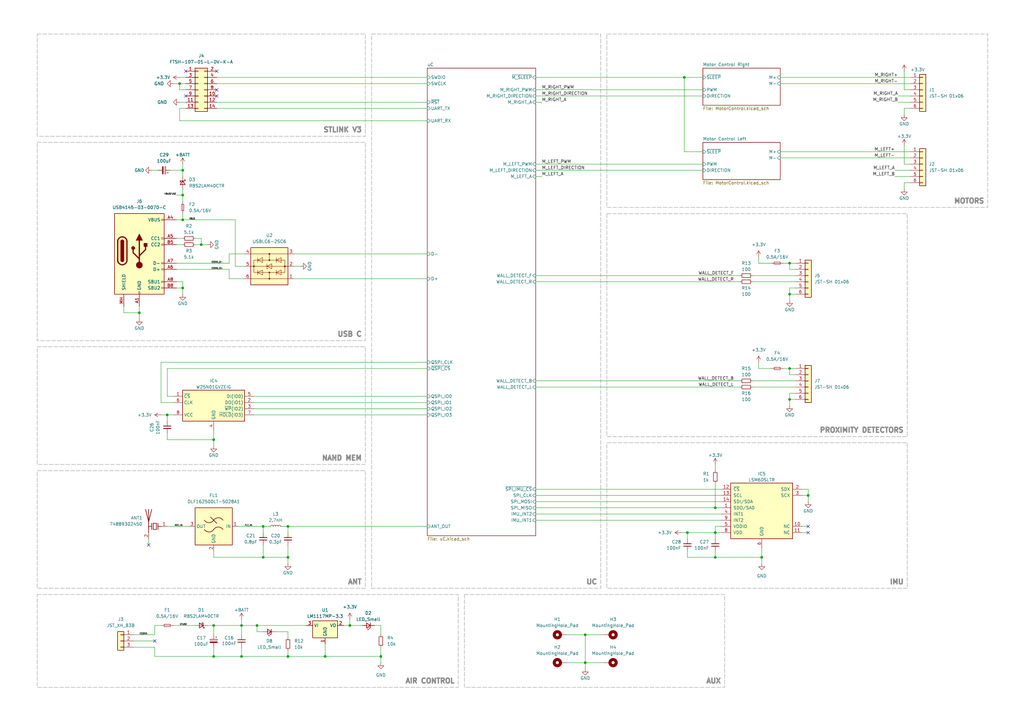
<source format=kicad_sch>
(kicad_sch (version 20231120) (generator "eeschema") (generator_version "8.0")
  (paper "A3")
  (title_block (title "Mirco Mouse") (date "2025-01-02") (rev "1.0") (company "Made by: Piotr Lesicki"))
  (junction (at 293.37 228.6))
  (junction (at 107.95 228.6))
  (junction (at 323.85 163.83))
  (junction (at 118.11 228.6))
  (junction (at 240.03 271.78))
  (junction (at 293.37 218.44))
  (junction (at 68.58 170.18))
  (junction (at 74.93 80.01))
  (junction (at 323.85 107.95))
  (junction (at 74.93 90.17))
  (junction (at 105.41 256.54))
  (junction (at 323.85 151.13))
  (junction (at 323.85 120.65))
  (junction (at 280.67 31.75))
  (junction (at 82.55 100.33))
  (junction (at 118.11 269.24))
  (junction (at 293.37 208.28))
  (junction (at 312.42 228.6))
  (junction (at 99.06 269.24))
  (junction (at 133.35 269.24))
  (junction (at 74.93 118.11))
  (junction (at 281.94 218.44))
  (junction (at 143.51 256.54))
  (junction (at 331.47 203.2))
  (junction (at 107.95 215.9))
  (junction (at 57.15 128.27))
  (junction (at 87.63 269.24))
  (junction (at 87.63 256.54))
  (junction (at 240.03 260.35))
  (junction (at 99.06 256.54))
  (junction (at 74.93 69.85))
  (junction (at 156.21 269.24))
  (junction (at 118.11 215.9))
  (junction (at 73.66 34.29))
  (junction (at 87.63 180.34))
  (no_connect (at 88.9 29.21))
  (no_connect (at 331.47 215.9))
  (no_connect (at 331.47 218.44))
  (no_connect (at 60.96 223.52))
  (no_connect (at 88.9 39.37))
  (no_connect (at 76.2 29.21))
  (no_connect (at 76.2 39.37))
  (no_connect (at 88.9 36.83))
  (no_connect (at 63.5 262.89))
  (wire (pts (xy 73.66 49.53) (xy 175.26 49.53)))
  (wire (pts (xy 156.21 265.43) (xy 156.21 269.24)))
  (wire (pts (xy 93.98 114.3) (xy 93.98 110.49)))
  (wire (pts (xy 54.61 260.35) (xy 63.5 260.35)))
  (wire (pts (xy 74.93 115.57) (xy 74.93 118.11)))
  (wire (pts (xy 74.93 118.11) (xy 74.93 120.65)))
  (wire (pts (xy 107.95 228.6) (xy 107.95 223.52)))
  (wire (pts (xy 219.71 39.37) (xy 288.29 39.37)))
  (wire (pts (xy 87.63 228.6) (xy 107.95 228.6)))
  (wire (pts (xy 88.9 34.29) (xy 175.26 34.29)))
  (wire (pts (xy 331.47 203.2) (xy 331.47 205.74)))
  (wire (pts (xy 280.67 62.23) (xy 288.29 62.23)))
  (wire (pts (xy 331.47 200.66) (xy 331.47 203.2)))
  (wire (pts (xy 68.58 151.13) (xy 68.58 162.56)))
  (wire (pts (xy 281.94 226.06) (xy 281.94 228.6)))
  (wire (pts (xy 104.14 167.64) (xy 175.26 167.64)))
  (wire (pts (xy 66.04 170.18) (xy 68.58 170.18)))
  (wire (pts (xy 88.9 41.91) (xy 175.26 41.91)))
  (wire (pts (xy 87.63 180.34) (xy 87.63 182.88)))
  (wire (pts (xy 323.85 153.67) (xy 326.39 153.67)))
  (wire (pts (xy 219.71 213.36) (xy 295.91 213.36)))
  (wire (pts (xy 118.11 215.9) (xy 175.26 215.9)))
  (wire (pts (xy 107.95 259.08) (xy 105.41 259.08)))
  (wire (pts (xy 120.65 104.14) (xy 175.26 104.14)))
  (wire (pts (xy 320.04 62.23) (xy 373.38 62.23)))
  (wire (pts (xy 308.61 158.75) (xy 326.39 158.75)))
  (wire (pts (xy 115.57 215.9) (xy 118.11 215.9)))
  (wire (pts (xy 93.98 104.14) (xy 100.33 104.14)))
  (wire (pts (xy 73.66 31.75) (xy 76.2 31.75)))
  (wire (pts (xy 74.93 87.63) (xy 74.93 90.17)))
  (wire (pts (xy 107.95 215.9) (xy 97.79 215.9)))
  (wire (pts (xy 323.85 151.13) (xy 326.39 151.13)))
  (wire (pts (xy 50.8 125.73) (xy 50.8 128.27)))
  (wire (pts (xy 293.37 218.44) (xy 293.37 215.9)))
  (wire (pts (xy 88.9 44.45) (xy 175.26 44.45)))
  (wire (pts (xy 311.15 148.59) (xy 311.15 151.13)))
  (wire (pts (xy 280.67 31.75) (xy 288.29 31.75)))
  (wire (pts (xy 331.47 218.44) (xy 328.93 218.44)))
  (wire (pts (xy 118.11 266.7) (xy 118.11 269.24)))
  (wire (pts (xy 54.61 262.89) (xy 63.5 262.89)))
  (wire (pts (xy 326.39 118.11) (xy 323.85 118.11)))
  (wire (pts (xy 73.66 49.53) (xy 73.66 44.45)))
  (wire (pts (xy 107.95 215.9) (xy 107.95 218.44)))
  (wire (pts (xy 63.5 260.35) (xy 63.5 256.54)))
  (wire (pts (xy 99.06 254) (xy 99.06 256.54)))
  (wire (pts (xy 323.85 118.11) (xy 323.85 120.65)))
  (wire (pts (xy 120.65 109.22) (xy 123.19 109.22)))
  (wire (pts (xy 219.71 115.57) (xy 303.53 115.57)))
  (wire (pts (xy 293.37 226.06) (xy 293.37 228.6)))
  (wire (pts (xy 118.11 228.6) (xy 107.95 228.6)))
  (wire (pts (xy 308.61 113.03) (xy 326.39 113.03)))
  (wire (pts (xy 293.37 198.12) (xy 293.37 208.28)))
  (wire (pts (xy 368.3 41.91) (xy 373.38 41.91)))
  (wire (pts (xy 71.12 34.29) (xy 73.66 34.29)))
  (wire (pts (xy 367.03 72.39) (xy 373.38 72.39)))
  (wire (pts (xy 281.94 218.44) (xy 279.4 218.44)))
  (wire (pts (xy 280.67 31.75) (xy 280.67 62.23)))
  (wire (pts (xy 323.85 161.29) (xy 323.85 163.83)))
  (wire (pts (xy 370.84 59.69) (xy 370.84 67.31)))
  (wire (pts (xy 153.67 256.54) (xy 156.21 256.54)))
  (wire (pts (xy 143.51 256.54) (xy 140.97 256.54)))
  (wire (pts (xy 323.85 163.83) (xy 323.85 166.37)))
  (wire (pts (xy 93.98 104.14) (xy 93.98 107.95)))
  (wire (pts (xy 63.5 256.54) (xy 66.04 256.54)))
  (wire (pts (xy 71.12 256.54) (xy 80.01 256.54)))
  (wire (pts (xy 74.93 69.85) (xy 74.93 72.39)))
  (wire (pts (xy 373.38 44.45) (xy 370.84 44.45)))
  (wire (pts (xy 118.11 259.08) (xy 118.11 261.62)))
  (wire (pts (xy 105.41 256.54) (xy 105.41 259.08)))
  (wire (pts (xy 73.66 34.29) (xy 76.2 34.29)))
  (wire (pts (xy 87.63 265.43) (xy 87.63 269.24)))
  (wire (pts (xy 68.58 170.18) (xy 68.58 172.72)))
  (wire (pts (xy 120.65 114.3) (xy 175.26 114.3)))
  (wire (pts (xy 370.84 29.21) (xy 370.84 36.83)))
  (wire (pts (xy 80.01 97.79) (xy 82.55 97.79)))
  (wire (pts (xy 240.03 260.35) (xy 240.03 271.78)))
  (wire (pts (xy 308.61 115.57) (xy 326.39 115.57)))
  (wire (pts (xy 118.11 269.24) (xy 133.35 269.24)))
  (wire (pts (xy 293.37 218.44) (xy 281.94 218.44)))
  (wire (pts (xy 219.71 36.83) (xy 288.29 36.83)))
  (wire (pts (xy 99.06 260.35) (xy 99.06 256.54)))
  (wire (pts (xy 240.03 271.78) (xy 240.03 274.32)))
  (wire (pts (xy 66.04 165.1) (xy 71.12 165.1)))
  (wire (pts (xy 323.85 120.65) (xy 323.85 123.19)))
  (wire (pts (xy 87.63 176.53) (xy 87.63 180.34)))
  (wire (pts (xy 93.98 114.3) (xy 100.33 114.3)))
  (wire (pts (xy 96.52 109.22) (xy 96.52 90.17)))
  (wire (pts (xy 320.04 34.29) (xy 373.38 34.29)))
  (wire (pts (xy 71.12 170.18) (xy 68.58 170.18)))
  (wire (pts (xy 240.03 260.35) (xy 247.65 260.35)))
  (wire (pts (xy 57.15 128.27) (xy 57.15 125.73)))
  (wire (pts (xy 219.71 210.82) (xy 295.91 210.82)))
  (wire (pts (xy 293.37 218.44) (xy 293.37 220.98)))
  (wire (pts (xy 323.85 107.95) (xy 323.85 110.49)))
  (wire (pts (xy 113.03 259.08) (xy 118.11 259.08)))
  (wire (pts (xy 76.2 36.83) (xy 73.66 36.83)))
  (wire (pts (xy 311.15 107.95) (xy 316.23 107.95)))
  (wire (pts (xy 72.39 80.01) (xy 74.93 80.01)))
  (wire (pts (xy 80.01 100.33) (xy 82.55 100.33)))
  (wire (pts (xy 50.8 128.27) (xy 57.15 128.27)))
  (wire (pts (xy 54.61 265.43) (xy 63.5 265.43)))
  (wire (pts (xy 326.39 161.29) (xy 323.85 161.29)))
  (wire (pts (xy 367.03 69.85) (xy 373.38 69.85)))
  (wire (pts (xy 99.06 256.54) (xy 105.41 256.54)))
  (wire (pts (xy 370.84 36.83) (xy 373.38 36.83)))
  (wire (pts (xy 240.03 271.78) (xy 247.65 271.78)))
  (wire (pts (xy 308.61 156.21) (xy 326.39 156.21)))
  (wire (pts (xy 295.91 215.9) (xy 293.37 215.9)))
  (wire (pts (xy 143.51 254) (xy 143.51 256.54)))
  (wire (pts (xy 96.52 90.17) (xy 74.93 90.17)))
  (wire (pts (xy 370.84 74.93) (xy 370.84 77.47)))
  (wire (pts (xy 323.85 151.13) (xy 323.85 153.67)))
  (wire (pts (xy 105.41 256.54) (xy 125.73 256.54)))
  (wire (pts (xy 133.35 269.24) (xy 156.21 269.24)))
  (wire (pts (xy 63.5 269.24) (xy 87.63 269.24)))
  (wire (pts (xy 104.14 162.56) (xy 175.26 162.56)))
  (wire (pts (xy 73.66 41.91) (xy 76.2 41.91)))
  (wire (pts (xy 281.94 220.98) (xy 281.94 218.44)))
  (wire (pts (xy 87.63 256.54) (xy 99.06 256.54)))
  (wire (pts (xy 293.37 228.6) (xy 281.94 228.6)))
  (wire (pts (xy 331.47 215.9) (xy 328.93 215.9)))
  (wire (pts (xy 219.71 113.03) (xy 303.53 113.03)))
  (wire (pts (xy 68.58 151.13) (xy 175.26 151.13)))
  (wire (pts (xy 118.11 228.6) (xy 118.11 231.14)))
  (wire (pts (xy 68.58 180.34) (xy 87.63 180.34)))
  (wire (pts (xy 219.71 41.91) (xy 222.25 41.91)))
  (wire (pts (xy 72.39 110.49) (xy 93.98 110.49)))
  (wire (pts (xy 66.04 148.59) (xy 175.26 148.59)))
  (wire (pts (xy 72.39 118.11) (xy 74.93 118.11)))
  (wire (pts (xy 118.11 215.9) (xy 118.11 218.44)))
  (wire (pts (xy 323.85 107.95) (xy 326.39 107.95)))
  (wire (pts (xy 320.04 31.75) (xy 373.38 31.75)))
  (wire (pts (xy 104.14 170.18) (xy 175.26 170.18)))
  (wire (pts (xy 104.14 165.1) (xy 175.26 165.1)))
  (wire (pts (xy 312.42 224.79) (xy 312.42 228.6)))
  (wire (pts (xy 219.71 158.75) (xy 303.53 158.75)))
  (wire (pts (xy 85.09 256.54) (xy 87.63 256.54)))
  (wire (pts (xy 321.31 151.13) (xy 323.85 151.13)))
  (wire (pts (xy 321.31 107.95) (xy 323.85 107.95)))
  (wire (pts (xy 88.9 31.75) (xy 175.26 31.75)))
  (wire (pts (xy 293.37 190.5) (xy 293.37 193.04)))
  (wire (pts (xy 323.85 110.49) (xy 326.39 110.49)))
  (wire (pts (xy 311.15 151.13) (xy 316.23 151.13)))
  (wire (pts (xy 64.77 69.85) (xy 62.23 69.85)))
  (wire (pts (xy 295.91 218.44) (xy 293.37 218.44)))
  (wire (pts (xy 311.15 105.41) (xy 311.15 107.95)))
  (wire (pts (xy 232.41 271.78) (xy 240.03 271.78)))
  (wire (pts (xy 57.15 128.27) (xy 57.15 130.81)))
  (wire (pts (xy 312.42 228.6) (xy 312.42 231.14)))
  (wire (pts (xy 232.41 260.35) (xy 240.03 260.35)))
  (wire (pts (xy 72.39 115.57) (xy 74.93 115.57)))
  (wire (pts (xy 87.63 256.54) (xy 87.63 260.35)))
  (wire (pts (xy 219.71 72.39) (xy 222.25 72.39)))
  (wire (pts (xy 110.49 215.9) (xy 107.95 215.9)))
  (wire (pts (xy 293.37 228.6) (xy 312.42 228.6)))
  (wire (pts (xy 68.58 177.8) (xy 68.58 180.34)))
  (wire (pts (xy 63.5 265.43) (xy 63.5 269.24)))
  (wire (pts (xy 219.71 205.74) (xy 295.91 205.74)))
  (wire (pts (xy 320.04 64.77) (xy 373.38 64.77)))
  (wire (pts (xy 373.38 74.93) (xy 370.84 74.93)))
  (wire (pts (xy 66.04 148.59) (xy 66.04 165.1)))
  (wire (pts (xy 73.66 36.83) (xy 73.66 34.29)))
  (wire (pts (xy 219.71 156.21) (xy 303.53 156.21)))
  (wire (pts (xy 156.21 269.24) (xy 156.21 271.78)))
  (wire (pts (xy 370.84 44.45) (xy 370.84 46.99)))
  (wire (pts (xy 74.93 82.55) (xy 74.93 80.01)))
  (wire (pts (xy 87.63 226.06) (xy 87.63 228.6)))
  (wire (pts (xy 99.06 265.43) (xy 99.06 269.24)))
  (wire (pts (xy 96.52 109.22) (xy 100.33 109.22)))
  (wire (pts (xy 74.93 77.47) (xy 74.93 80.01)))
  (wire (pts (xy 219.71 69.85) (xy 288.29 69.85)))
  (wire (pts (xy 72.39 90.17) (xy 74.93 90.17)))
  (wire (pts (xy 72.39 107.95) (xy 93.98 107.95)))
  (wire (pts (xy 219.71 200.66) (xy 295.91 200.66)))
  (wire (pts (xy 72.39 97.79) (xy 74.93 97.79)))
  (wire (pts (xy 295.91 208.28) (xy 293.37 208.28)))
  (wire (pts (xy 331.47 203.2) (xy 328.93 203.2)))
  (wire (pts (xy 219.71 208.28) (xy 293.37 208.28)))
  (wire (pts (xy 133.35 264.16) (xy 133.35 269.24)))
  (wire (pts (xy 68.58 162.56) (xy 71.12 162.56)))
  (wire (pts (xy 370.84 67.31) (xy 373.38 67.31)))
  (wire (pts (xy 99.06 269.24) (xy 118.11 269.24)))
  (wire (pts (xy 82.55 100.33) (xy 85.09 100.33)))
  (wire (pts (xy 60.96 220.98) (xy 60.96 223.52)))
  (wire (pts (xy 77.47 215.9) (xy 68.58 215.9)))
  (wire (pts (xy 156.21 256.54) (xy 156.21 260.35)))
  (wire (pts (xy 368.3 39.37) (xy 373.38 39.37)))
  (wire (pts (xy 118.11 223.52) (xy 118.11 228.6)))
  (wire (pts (xy 73.66 44.45) (xy 76.2 44.45)))
  (wire (pts (xy 74.93 67.31) (xy 74.93 69.85)))
  (wire (pts (xy 219.71 67.31) (xy 288.29 67.31)))
  (wire (pts (xy 74.93 69.85) (xy 69.85 69.85)))
  (wire (pts (xy 219.71 31.75) (xy 280.67 31.75)))
  (wire (pts (xy 82.55 100.33) (xy 82.55 97.79)))
  (wire (pts (xy 219.71 203.2) (xy 295.91 203.2)))
  (wire (pts (xy 143.51 256.54) (xy 148.59 256.54)))
  (wire (pts (xy 72.39 100.33) (xy 74.93 100.33)))
  (wire (pts (xy 323.85 120.65) (xy 326.39 120.65)))
  (wire (pts (xy 323.85 163.83) (xy 326.39 163.83)))
  (wire (pts (xy 87.63 269.24) (xy 99.06 269.24)))
  (wire (pts (xy 331.47 200.66) (xy 328.93 200.66)))
  (rectangle (start 248.92 13.97) (end 405.13 85.09) (stroke (width 0) (type dash) (color 132 132 132 1)))
  (rectangle (start 15.24 243.84) (end 187.96 281.94) (stroke (width 0) (type dash) (color 132 132 132 1)))
  (rectangle (start 15.24 142.24) (end 149.86 190.5) (stroke (width 0) (type dash) (color 132 132 132 1)))
  (rectangle (start 190.5 243.84) (end 297.18 281.94) (stroke (width 0) (type dash) (color 132 132 132 1)))
  (rectangle (start 15.24 13.97) (end 149.86 55.88) (stroke (width 0) (type dash) (color 132 132 132 1)))
  (rectangle (start 15.24 58.42) (end 149.86 139.7) (stroke (width 0) (type dash) (color 132 132 132 1)))
  (rectangle (start 152.4 13.97) (end 246.38 241.3) (stroke (width 0) (type dash) (color 132 132 132 1)))
  (rectangle (start 248.92 181.61) (end 372.11 241.3) (stroke (width 0) (type dash) (color 132 132 132 1)))
  (rectangle (start 15.24 193.04) (end 149.86 241.3) (stroke (width 0) (type dash) (color 132 132 132 1)))
  (rectangle (start 248.92 87.63) (end 372.11 179.07) (stroke (width 0) (type dash) (color 132 132 132 1)))
  (text "AUX" (at 295.91 280.67 0) (effects (font (size 2.032 2.032) (thickness 1) (bold yes)) (justify right bottom)))
  (text "MOTORS" (at 403.86 83.82 0) (effects (font (size 2.032 2.032) (thickness 1) (bold yes)) (justify right bottom)))
  (text "IMU" (at 370.84 240.03 0) (effects (font (size 2.032 2.032) (thickness 1) (bold yes)) (justify right bottom)))
  (text "USB C" (at 148.59 138.43 0) (effects (font (size 2.032 2.032) (thickness 1) (bold yes)) (justify right bottom)))
  (text "STLINK V3" (at 148.59 54.61 0) (effects (font (size 2.032 2.032) (thickness 1) (bold yes)) (justify right bottom)))
  (text "ANT" (at 148.59 240.03 0) (effects (font (size 2.032 2.032) (thickness 1) (bold yes)) (justify right bottom)))
  (text "AIR CONTROL" (at 186.69 280.67 0) (effects (font (size 2.032 2.032) (thickness 1) (bold yes)) (justify right bottom)))
  (text "PROXIMITY DETECTORS" (at 370.84 177.8 0) (effects (font (size 2.032 2.032) (thickness 1) (bold yes)) (justify right bottom)))
  (text "NAND MEM" (at 148.59 189.23 0) (effects (font (size 2.032 2.032) (thickness 1) (bold yes)) (justify right bottom)))
  (text "UC" (at 245.11 240.03 0) (effects (font (size 2.032 2.032) (thickness 1) (bold yes)) (justify right bottom)))
  (label "M_RIGHT-" (at 368.3 34.29 180))
  (label "M_RIGHT_PWM" (at 222.25 36.83 0))
  (label "M_RIGHT+" (at 368.3 31.75 180))
  (label "M_LEFT-" (at 367.03 64.77 180))
  (label "M_LEFT_DIRECTION" (at 222.25 69.85 0))
  (label "ANT_IN" (at 74.93 215.9 180) (effects (font (size 0.635 0.635))))
  (label "VBUS" (at 77.47 90.17 0) (effects (font (size 0.635 0.635))))
  (label "CONN_D-" (at 91.44 107.95 180) (effects (font (size 0.635 0.635))))
  (label "VBUSFUSE" (at 72.39 80.01 180) (effects (font (size 0.635 0.635))))
  (label "WALL_DETECT_F" (at 300.99 113.03 180))
  (label "M_LEFT+" (at 367.03 62.23 180))
  (label "M_RIGHT_DIRECTION" (at 222.25 39.37 0))
  (label "M_RIGHT_B" (at 368.3 41.91 180))
  (label "M_LEFT_A" (at 367.03 69.85 180))
  (label "CONN_D+" (at 91.44 110.49 180) (effects (font (size 0.635 0.635))))
  (label "M_RIGHT_A" (at 222.25 41.91 0))
  (label "M_LEFT_PWM" (at 222.25 67.31 0))
  (label "FLT_IN" (at 100.33 215.9 0) (effects (font (size 0.635 0.635))))
  (label "M_LEFT_A" (at 222.25 72.39 0))
  (label "WALL_DETECT_B" (at 300.99 156.21 180))
  (label "VCONN" (at 57.15 260.35 0) (effects (font (size 0.635 0.635))))
  (label "M_RIGHT_A" (at 368.3 39.37 180))
  (label "WALL_DETECT_R" (at 300.99 115.57 180))
  (label "VFUSE" (at 73.66 256.54 0) (effects (font (size 0.635 0.635))))
  (label "M_LEFT_B" (at 367.03 72.39 180))
  (label "WALL_DETECT_L" (at 300.99 158.75 180))
  (symbol (lib_id "power:+3.3V") (at 293.37 190.5 0) (unit 1)
    (property "Reference" "#PWR042" (effects (hide yes)))
    (property "Value" "+3.3V" (at 293.37 186.69 0))
  )
  (symbol (lib_id "power:+3.3V") (at 370.84 59.69 0) (unit 1)
    (property "Reference" "#PWR031" (effects (hide yes)))
    (property "Value" "+3.3V" (at 370.84 55.88 0))
  )
  (symbol (lib_id "Device:R_Small") (at 306.07 113.03 270) (unit 1)
    (property "Reference" "R13" (at 306.07 107.95 90))
    (property "Value" "100" (at 306.07 110.49 90))
    (property "Footprint" "Resistor_SMD:R_0603_1608Metric" (effects (hide yes)))
    (property "Dodane do zamówienia" "10" (effects (hide yes)))
    (property "Mouser Part Number" "CRGCQ0603F10K" (effects (hide yes)))
    (property "Mouser Price/Stock" "https://www.mouser.pl/ProductDetail/TE-Connectivity-Holsworthy/CRGCQ0603F10K?qs=sGAEpiMZZMvdGkrng054t7z4BkURc4Lzai%2F5%2FG2tg49oZaDPCYBZgg%3D%3D" (effects (hide yes)))
  )
  (symbol (lib_id "Connector_Generic:Conn_01x06") (at 331.47 113.03 0) (unit 1)
    (property "Reference" "J5" (at 334.01 113.03 0) (effects (justify left)))
    (property "Value" "JST-SH 01x06" (at 334.01 115.57 0) (effects (justify left)))
    (property "Footprint" "Connector_JST:JST_SH_BM06B-SRSS-TB_1x06-1MP_P1.00mm_Vertical" (effects (hide yes)))
    (property "Dodane do zamówienia" "1" (effects (hide yes)))
    (property "Mouser Part Number" "BM06B-SRSS-TB" (effects (hide yes)))
    (property "Mouser Price/Stock" "https://www.tme.eu/pl/details/bm06b-srss-tb/zlacza-sygnalowe-raster-1-00mm/jst/bm06b-srss-tb-lf-sn/?brutto=1&currency=PLN&gad_source=1&gclid=Cj0KCQiAtOmsBhCnARIsAGPa5yatoiGL0YB03JMqQzhYF_M44p2RklECYztl3vomhYSfrtl-ahFI6FMaAg5aEALw_wcB" (effects (hide yes)))
  )
  (symbol (lib_id "Device:LED_Small") (at 151.13 256.54 180) (unit 1)
    (property "Reference" "D2" (at 151.0665 251.46 0))
    (property "Value" "LED_Small" (at 151.0665 254 0))
    (property "Footprint" "LED_SMD:LED_0603_1608Metric" (effects (hide yes)))
    (property "Dodane do zamówienia" "20" (effects (hide yes)))
    (property "Mouser Part Number" "--different--" (effects (hide yes)))
  )
  (symbol (lib_id "power:+3.3V") (at 143.51 254 0) (unit 1)
    (property "Reference" "#PWR022" (effects (hide yes)))
    (property "Value" "+3.3V" (at 143.51 248.92 0))
  )
  (symbol (lib_id "Device:LED_Small") (at 110.49 259.08 180) (unit 1)
    (property "Reference" "D8" (at 110.49 262.89 0))
    (property "Value" "LED_Small" (at 110.49 265.43 0))
    (property "Footprint" "LED_SMD:LED_0603_1608Metric" (effects (hide yes)))
    (property "Dodane do zamówienia" "20" (effects (hide yes)))
    (property "Mouser Part Number" "--different--" (effects (hide yes)))
  )
  (symbol (lib_id "Device:C_Small") (at 293.37 223.52 180) (unit 1)
    (property "Reference" "C27" (at 290.83 222.25 0) (effects (justify left)))
    (property "Value" "100nF" (at 290.83 224.79 0) (effects (justify left)))
    (property "Footprint" "Capacitor_SMD:C_0603_1608Metric" (effects (hide yes)))
    (property "Manufacturer_Name" "--" (effects (hide yes)))
    (property "Manufacturer_Part_Number" "--" (effects (hide yes)))
    (property "Dodane do zamówienia" "20" (effects (hide yes)))
    (property "Mouser Part Number" "963-EMK107B7104MA-T" (effects (hide yes)))
    (property "Mouser Price/Stock" "https://www.mouser.pl/ProductDetail/TAIYO-YUDEN/EMK107B7104MA-T?qs=I6KAKw0tg2yoDM4kgVF98Q%3D%3D" (effects (hide yes)))
  )
  (symbol (lib_id "Device:L_Small") (at 113.03 215.9 270) (mirror x) (unit 1)
    (property "Reference" "L3" (at 113.03 210.82 90))
    (property "Value" "2.7nH" (at 113.03 213.36 90))
    (property "Footprint" "Inductor_SMD:L_0603_1608Metric" (effects (hide yes)))
    (property "Dodane do zamówienia" "2" (effects (hide yes)))
    (property "Mouser Part Number" "710-7447860027G" (effects (hide yes)))
    (property "Mouser Price/Stock" "https://www.mouser.pl/ProductDetail/Wurth-Elektronik/7447860027G?qs=aP1CjGhiNiENwWC1NefPvA%3D%3D" (effects (hide yes)))
  )
  (symbol (lib_id "power:GND") (at 87.63 182.88 0) (mirror y) (unit 1)
    (property "Reference" "#PWR035" (effects (hide yes)))
    (property "Value" "GND" (at 87.63 186.69 0))
  )
  (symbol (lib_id "Device:R_Small") (at 77.47 97.79 90) (unit 1)
    (property "Reference" "R2" (at 77.47 92.71 90))
    (property "Value" "5.1k" (at 77.47 95.25 90))
    (property "Footprint" "Resistor_SMD:R_0603_1608Metric" (effects (hide yes)))
    (property "Dodane do zamówienia" "10" (effects (hide yes)))
    (property "Mouser Part Number" "RC0603FR-075K1P" (effects (hide yes)))
    (property "Mouser Price/Stock" "https://www.mouser.pl/ProductDetail/YAGEO/RC0603FR-075K1P?qs=sGAEpiMZZMvdGkrng054t7z4BkURc4LzlwlDqKzyEqEusOvDv7o%2Fkg%3D%3D" (effects (hide yes)))
  )
  (symbol (lib_id "Device:Fuse_Small") (at 318.77 151.13 180) (unit 1)
    (property "Reference" "F4" (at 318.77 144.78 0))
    (property "Value" "0.5A/16V" (at 318.77 147.32 0))
    (property "Footprint" "Fuse:Fuse_1210_3225Metric" (effects (hide yes)))
    (property "Datasheet" "https://www.mouser.pl/datasheet/2/643/ds_cp_0zch_series-1664103.pdf" (effects (hide yes)))
    (property "Manufacturer_Part_Number" "0ZCH0050FF2G" (effects (hide yes)))
    (property "Mouser Part Number" "530-0ZCH0050FF2G" (effects (hide yes)))
    (property "Mouser Price/Stock" "https://www.mouser.pl/ProductDetail/Bel-Fuse/0ZCH0050FF2G?qs=SRYZG9HaIQ2VrAxOxbTdxQ%3D%3D" (effects (hide yes)))
    (property "Dodane do zamówienia" "1" (effects (hide yes)))
  )
  (symbol (lib_id "Connector_Generic:Conn_01x06") (at 331.47 156.21 0) (unit 1)
    (property "Reference" "J7" (at 334.01 156.21 0) (effects (justify left)))
    (property "Value" "JST-SH 01x06" (at 334.01 158.75 0) (effects (justify left)))
    (property "Footprint" "Connector_JST:JST_SH_BM06B-SRSS-TB_1x06-1MP_P1.00mm_Vertical" (effects (hide yes)))
    (property "Dodane do zamówienia" "1" (effects (hide yes)))
    (property "Mouser Part Number" "BM06B-SRSS-TB" (effects (hide yes)))
    (property "Mouser Price/Stock" "https://www.tme.eu/pl/details/bm06b-srss-tb/zlacza-sygnalowe-raster-1-00mm/jst/bm06b-srss-tb-lf-sn/?brutto=1&currency=PLN&gad_source=1&gclid=Cj0KCQiAtOmsBhCnARIsAGPa5yatoiGL0YB03JMqQzhYF_M44p2RklECYztl3vomhYSfrtl-ahFI6FMaAg5aEALw_wcB" (effects (hide yes)))
  )
  (symbol (lib_id "Device:CP_Small") (at 87.63 262.89 0) (mirror y) (unit 1)
    (property "Reference" "C17" (at 82.55 261.62 0))
    (property "Value" "100uF" (at 82.55 264.16 0))
    (property "Footprint" "Capacitor_SMD:CP_Elec_5x4.5" (effects (hide yes)))
    (property "Manufacturer_Part_Number" "VZS101M1ATR-0506" (effects (hide yes)))
    (property "Mouser Part Number" "140-VZS101M1ATR0506" (effects (hide yes)))
    (property "Mouser Price/Stock" "https://www.mouser.pl/ProductDetail/Lelon/VZS101M1ATR-0506?qs=H%2FhOqZ3YhMlOeNQkNnvanw%3D%3D" (effects (hide yes)))
    (property "Dodane do zamówienia" "1" (effects (hide yes)))
  )
  (symbol (lib_id "power:+3.3V") (at 370.84 29.21 0) (unit 1)
    (property "Reference" "#PWR030" (effects (hide yes)))
    (property "Value" "+3.3V" (at 373.38 28.575 0) (effects (justify left)))
  )
  (symbol (lib_id "power:GND") (at 71.12 34.29 270) (unit 1)
    (property "Reference" "#PWR061" (effects (hide yes)))
    (property "Value" "GND" (at 67.31 34.29 90) (effects (justify right)))
  )
  (symbol (lib_id "power:GND") (at 74.93 120.65 0) (mirror y) (unit 1)
    (property "Reference" "#PWR047" (effects (hide yes)))
    (property "Value" "GND" (at 74.93 124.46 0))
  )
  (symbol (lib_id "power:GND") (at 85.09 100.33 90) (mirror x) (unit 1)
    (property "Reference" "#PWR049" (effects (hide yes)))
    (property "Value" "GND" (at 88.9 100.33 0))
  )
  (symbol (lib_id "Regulator_Linear:LM1117MP-3.3") (at 133.35 256.54 0) (unit 1)
    (property "Reference" "U1" (at 133.35 250.19 0))
    (property "Value" "LM1117MP-3.3" (at 133.35 252.73 0))
    (property "Footprint" "Package_TO_SOT_SMD:SOT-223-3_TabPin2" (effects (hide yes)))
    (property "Datasheet" "http://www.ti.com/lit/ds/symlink/lm1117.pdf" (effects (hide yes)))
    (property "Dodane do zamówienia" "1" (effects (hide yes)))
    (property "Mouser Part Number" "LM1117MPX-3.3/NOPB" (effects (hide yes)))
    (property "Mouser Price/Stock" "https://www.mouser.pl/ProductDetail/Texas-Instruments/LM1117MPX-3.3-NOPB?qs=X1J7HmVL2ZHRbBIxXi4utg%3D%3D" (effects (hide yes)))
  )
  (symbol (lib_id "Device:R_Small") (at 306.07 158.75 270) (unit 1)
    (property "Reference" "R16" (at 306.07 161.29 90))
    (property "Value" "100" (at 306.07 163.83 90))
    (property "Footprint" "Resistor_SMD:R_0603_1608Metric" (effects (hide yes)))
    (property "Dodane do zamówienia" "10" (effects (hide yes)))
    (property "Mouser Part Number" "CRGCQ0603F10K" (effects (hide yes)))
    (property "Mouser Price/Stock" "https://www.mouser.pl/ProductDetail/TE-Connectivity-Holsworthy/CRGCQ0603F10K?qs=sGAEpiMZZMvdGkrng054t7z4BkURc4Lzai%2F5%2FG2tg49oZaDPCYBZgg%3D%3D" (effects (hide yes)))
  )
  (symbol (lib_id "Samacsys_kicad_sym:74889302450") (at 63.5 215.9 0) (mirror y) (unit 1)
    (property "Reference" "ANT1" (at 58.42 212.4075 0) (effects (justify left)))
    (property "Value" "74889302450" (at 58.42 214.9475 0) (effects (justify left)))
    (property "Footprint" "Samacsys:74889302450" (effects (hide yes)))
    (property "Datasheet" "https://www.we-online.com/components/products/datasheet/74889302450.pdf" (effects (hide yes)))
    (property "Height" "1.4" (effects (hide yes)))
    (property "Mouser Part Number" "710-74889302450" (effects (hide yes)))
    (property "Mouser Price/Stock" "https://www.mouser.co.uk/ProductDetail/Wurth-Elektronik/74889302450?qs=Li%252BoUPsLEnvpM4HLjF1%2F2A%3D%3D" (effects (hide yes)))
    (property "Manufacturer_Name" "Wurth Elektronik" (effects (hide yes)))
    (property "Manufacturer_Part_Number" "74889302450" (effects (hide yes)))
    (property "Dodane do zamówienia" "1" (effects (hide yes)))
  )
  (symbol (lib_id "Power_Protection:USBLC6-2SC6") (at 110.49 109.22 180) (unit 1)
    (property "Reference" "U2" (at 110.49 96.52 0))
    (property "Value" "USBLC6-2SC6" (at 110.49 99.06 0))
    (property "Footprint" "Package_TO_SOT_SMD:SOT-23-6" (effects (hide yes)))
    (property "Datasheet" "https://www.st.com/resource/en/datasheet/usblc6-2.pdf" (effects (hide yes)))
    (property "Manufacturer_Part_Number" "USBLC6-2SC6" (effects (hide yes)))
    (property "Mouser Part Number" "511-USBLC6-2SC6" (effects (hide yes)))
    (property "Mouser Price/Stock" "https://www.mouser.pl/ProductDetail/STMicroelectronics/USBLC6-2SC6?qs=po45yt2pPpu%2FhNIlwQdTlg%3D%3D" (effects (hide yes)))
    (property "Dodane do zamówienia" "1" (effects (hide yes)))
  )
  (symbol (lib_id "Device:Fuse_Small") (at 74.93 85.09 90) (unit 1)
    (property "Reference" "F2" (at 77.47 83.82 90) (effects (justify right)))
    (property "Value" "0.5A/16V" (at 77.47 86.36 90) (effects (justify right)))
    (property "Footprint" "Fuse:Fuse_1210_3225Metric" (effects (hide yes)))
    (property "Datasheet" "https://www.mouser.pl/datasheet/2/643/ds_cp_0zch_series-1664103.pdf" (effects (hide yes)))
    (property "Manufacturer_Part_Number" "0ZCH0050FF2G" (effects (hide yes)))
    (property "Mouser Part Number" "530-0ZCH0050FF2G" (effects (hide yes)))
    (property "Mouser Price/Stock" "https://www.mouser.pl/ProductDetail/Bel-Fuse/0ZCH0050FF2G?qs=SRYZG9HaIQ2VrAxOxbTdxQ%3D%3D" (effects (hide yes)))
    (property "Dodane do zamówienia" "1" (effects (hide yes)))
  )
  (symbol (lib_id "power:+BATT") (at 74.93 67.31 0) (unit 1)
    (property "Reference" "#PWR050" (effects (hide yes)))
    (property "Value" "+BATT" (at 74.93 63.5 0))
  )
  (symbol (lib_id "power:GND") (at 62.23 69.85 270) (mirror x) (unit 1)
    (property "Reference" "#PWR048" (effects (hide yes)))
    (property "Value" "GND" (at 57.15 69.85 90))
  )
  (symbol (lib_id "Device:C_Small") (at 107.95 220.98 0) (mirror x) (unit 1)
    (property "Reference" "C21" (at 102.87 219.71 0))
    (property "Value" "0.8pF" (at 102.87 222.25 0))
    (property "Footprint" "Capacitor_SMD:C_0603_1608Metric" (effects (hide yes)))
    (property "Manufacturer_Name" "--" (effects (hide yes)))
    (property "Manufacturer_Part_Number" "--" (effects (hide yes)))
    (property "Dodane do zamówienia" "2" (effects (hide yes)))
    (property "Mouser Part Number" "581-600S0R8AW" (effects (hide yes)))
    (property "Mouser Price/Stock" "https://www.mouser.pl/ProductDetail/KYOCERA-AVX/600S0R8AW250XT?qs=AdTq2PFIamkSAXbo%2F1e%2FQg%3D%3D" (effects (hide yes)))
  )
  (symbol (lib_id "Device:R_Small") (at 306.07 156.21 270) (unit 1)
    (property "Reference" "R15" (at 306.07 151.13 90))
    (property "Value" "100" (at 306.07 153.67 90))
    (property "Footprint" "Resistor_SMD:R_0603_1608Metric" (effects (hide yes)))
    (property "Dodane do zamówienia" "10" (effects (hide yes)))
    (property "Mouser Part Number" "CRGCQ0603F10K" (effects (hide yes)))
    (property "Mouser Price/Stock" "https://www.mouser.pl/ProductDetail/TE-Connectivity-Holsworthy/CRGCQ0603F10K?qs=sGAEpiMZZMvdGkrng054t7z4BkURc4Lzai%2F5%2FG2tg49oZaDPCYBZgg%3D%3D" (effects (hide yes)))
  )
  (symbol (lib_id "power:GND") (at 118.11 231.14 0) (mirror y) (unit 1)
    (property "Reference" "#PWR019" (effects (hide yes)))
    (property "Value" "GND" (at 118.11 234.95 0))
  )
  (symbol (lib_id "power:+3.3V") (at 279.4 218.44 90) (mirror x) (unit 1)
    (property "Reference" "#PWR038" (effects (hide yes)))
    (property "Value" "+3.3V" (at 275.59 218.44 90) (effects (justify left)))
  )
  (symbol (lib_id "Connector_Generic:Conn_01x06") (at 378.46 67.31 0) (unit 1)
    (property "Reference" "J2" (at 381 67.31 0) (effects (justify left)))
    (property "Value" "JST-SH 01x06" (at 381 69.85 0) (effects (justify left)))
    (property "Footprint" "Connector_JST:JST_SH_BM06B-SRSS-TB_1x06-1MP_P1.00mm_Vertical" (effects (hide yes)))
    (property "Dodane do zamówienia" "1" (effects (hide yes)))
    (property "Mouser Part Number" "BM06B-SRSS-TB" (effects (hide yes)))
    (property "Mouser Price/Stock" "https://www.tme.eu/pl/details/bm06b-srss-tb/zlacza-sygnalowe-raster-1-00mm/jst/bm06b-srss-tb-lf-sn/?brutto=1&currency=PLN&gad_source=1&gclid=Cj0KCQiAtOmsBhCnARIsAGPa5yatoiGL0YB03JMqQzhYF_M44p2RklECYztl3vomhYSfrtl-ahFI6FMaAg5aEALw_wcB" (effects (hide yes)))
  )
  (symbol (lib_id "power:+3.3V") (at 73.66 31.75 90) (unit 1)
    (property "Reference" "#PWR043" (effects (hide yes)))
    (property "Value" "+3.3V" (at 69.85 31.75 90) (effects (justify left)))
  )
  (symbol (lib_id "Samacsys_kicad_sym:W25N01GVZEIG") (at 87.63 166.37 0) (unit 1)
    (property "Reference" "IC4" (at 87.63 156.21 0))
    (property "Value" "W25N01GVZEIG" (at 87.63 158.75 0))
    (property "Footprint" "Samacsys:SON127P800X600X80-9N-D" (effects (hide yes)))
    (property "Datasheet" "https://www.winbond.com/hq/search-resource-file.jsp?partNo=W25N01GVZEIG&type=datasheet" (effects (hide yes)))
    (property "Height" "0.8" (effects (hide yes)))
    (property "Mouser Part Number" "454-W25N01GVZEIG" (effects (hide yes)))
    (property "Mouser Price/Stock" "https://www.mouser.co.uk/ProductDetail/Winbond/W25N01GVZEIG?qs=qSfuJ%252Bfl%2Fd6Vfx%252BkNMbzhw%3D%3D" (effects (hide yes)))
    (property "Manufacturer_Name" "Winbond" (effects (hide yes)))
    (property "Manufacturer_Part_Number" "W25N01GVZEIG" (effects (hide yes)))
    (property "Dodane do zamówienia" "1" (effects (hide yes)))
  )
  (symbol (lib_id "Samacsys_kicad_sym:LSM6DSLTR") (at 312.42 210.82 0) (mirror y) (unit 1)
    (property "Reference" "IC5" (at 312.42 194.31 0))
    (property "Value" "LSM6DSLTR" (at 312.42 196.85 0))
    (property "Footprint" "Samacsys:LSM6DSLTR" (effects (hide yes)))
    (property "Datasheet" "https://www.st.com/resource/en/datasheet/lsm6dsl.pdf" (effects (hide yes)))
    (property "Height" "0.86" (effects (hide yes)))
    (property "Mouser Part Number" "511-LSM6DSLTR" (effects (hide yes)))
    (property "Mouser Price/Stock" "https://www.mouser.co.uk/ProductDetail/STMicroelectronics/LSM6DSLTR?qs=dTJS0cRn7oit9g7CgtPlyQ%3D%3D" (effects (hide yes)))
    (property "Manufacturer_Name" "STMicroelectronics" (effects (hide yes)))
    (property "Manufacturer_Part_Number" "LSM6DSLTR" (effects (hide yes)))
    (property "Dodane do zamówienia" "1" (effects (hide yes)))
  )
  (symbol (lib_id "power:+BATT") (at 99.06 254 0) (unit 1)
    (property "Reference" "#PWR01" (effects (hide yes)))
    (property "Value" "+BATT" (at 99.06 250.19 0))
  )
  (symbol (lib_id "Device:C_Small") (at 99.06 262.89 0) (mirror y) (unit 1)
    (property "Reference" "C16" (at 93.98 261.62 0))
    (property "Value" "100nF" (at 93.98 263.9314 0))
    (property "Footprint" "Capacitor_SMD:C_0603_1608Metric" (effects (hide yes)))
    (property "Manufacturer_Name" "--" (effects (hide yes)))
    (property "Manufacturer_Part_Number" "--" (effects (hide yes)))
    (property "Dodane do zamówienia" "20" (effects (hide yes)))
    (property "Mouser Part Number" "963-EMK107B7104MA-T" (effects (hide yes)))
    (property "Mouser Price/Stock" "https://www.mouser.pl/ProductDetail/TAIYO-YUDEN/EMK107B7104MA-T?qs=I6KAKw0tg2yoDM4kgVF98Q%3D%3D" (effects (hide yes)))
  )
  (symbol (lib_id "Samacsys_kicad_sym:USB4145-03-0070-C") (at 57.15 102.87 0) (unit 1)
    (property "Reference" "J6" (at 57.15 82.55 0))
    (property "Value" "USB4145-03-0070-C" (at 57.15 85.09 0))
    (property "Footprint" "Samacsys:USB4145030070C" (effects (hide yes)))
    (property "Datasheet" "https://gct.co/files/drawings/usb4145.pdf" (effects (hide yes)))
    (property "Description" "USB Connectors USB-C Rec 3u\" Vert 16P SMT 0.7mm TH stakes H7.46mm T+R+Cap" (effects (hide yes)))
    (property "Height" "7.66" (effects (hide yes)))
    (property "Mouser Part Number" "640-USB4145-3-0070-C" (effects (hide yes)))
    (property "Mouser Price/Stock" "https://www.mouser.co.uk/ProductDetail/GCT/USB4145-03-0070-C?qs=vvQtp7zwQdNoT6Ti9aciDw%3D%3D" (effects (hide yes)))
    (property "Manufacturer_Name" "GCT (GLOBAL CONNECTOR TECHNOLOGY)" (effects (hide yes)))
    (property "Manufacturer_Part_Number" "USB4145-03-0070-C" (effects (hide yes)))
    (property "Dodane do zamówienia" "1" (effects (hide yes)))
  )
  (symbol (lib_id "Device:D_Schottky_Small") (at 74.93 74.93 270) (unit 1)
    (property "Reference" "D3" (at 77.47 73.66 90) (effects (justify left)))
    (property "Value" "RBS2LAM40CTR" (at 77.47 76.2 90) (effects (justify left)))
    (property "Footprint" "Diode_SMD:D_SOD-128" (effects (hide yes)))
    (property "Manufacturer_Part_Number" "RBS2LAM40CTR" (effects (hide yes)))
    (property "Mouser Part Number" "755-RBS2LAM40CTR" (effects (hide yes)))
    (property "Mouser Price/Stock" "https://www.mouser.pl/ProductDetail/ROHM-Semiconductor/RBS2LAM40CTR?qs=4v%252BiZTmLVHGXjEhMl6gmbg%3D%3D" (effects (hide yes)))
    (property "Dodane do zamówienia" "1" (effects (hide yes)))
  )
  (symbol (lib_id "power:GND") (at 312.42 231.14 0) (unit 1)
    (property "Reference" "#PWR037" (effects (hide yes)))
    (property "Value" "GND" (at 312.42 236.22 0))
  )
  (symbol (lib_id "power:GND") (at 323.85 166.37 0) (unit 1)
    (property "Reference" "#PWR044" (effects (hide yes)))
    (property "Value" "GND" (at 323.85 170.18 0))
  )
  (symbol (lib_id "power:GND") (at 323.85 123.19 0) (unit 1)
    (property "Reference" "#PWR040" (effects (hide yes)))
    (property "Value" "GND" (at 323.85 127 0))
  )
  (symbol (lib_id "power:GND") (at 123.19 109.22 90) (mirror x) (unit 1)
    (property "Reference" "#PWR021" (effects (hide yes)))
    (property "Value" "GND" (at 127 109.22 0))
  )
  (symbol (lib_id "power:GND") (at 156.21 271.78 0) (mirror y) (unit 1)
    (property "Reference" "#PWR023" (effects (hide yes)))
    (property "Value" "GND" (at 156.21 276.86 0))
  )
  (symbol (lib_id "Device:C_Small") (at 68.58 175.26 0) (mirror y) (unit 1)
    (property "Reference" "C26" (at 62.23 175.26 90))
    (property "Value" "100nF" (at 64.77 175.26 90))
    (property "Footprint" "Capacitor_SMD:C_0603_1608Metric" (effects (hide yes)))
    (property "Manufacturer_Name" "--" (effects (hide yes)))
    (property "Manufacturer_Part_Number" "--" (effects (hide yes)))
    (property "Dodane do zamówienia" "20" (effects (hide yes)))
    (property "Mouser Part Number" "963-EMK107B7104MA-T" (effects (hide yes)))
    (property "Mouser Price/Stock" "https://www.mouser.pl/ProductDetail/TAIYO-YUDEN/EMK107B7104MA-T?qs=I6KAKw0tg2yoDM4kgVF98Q%3D%3D" (effects (hide yes)))
  )
  (symbol (lib_id "Connector_Generic:Conn_01x06") (at 378.46 36.83 0) (unit 1)
    (property "Reference" "J1" (at 381 36.83 0) (effects (justify left)))
    (property "Value" "JST-SH 01x06" (at 381 39.37 0) (effects (justify left)))
    (property "Footprint" "Connector_JST:JST_SH_BM06B-SRSS-TB_1x06-1MP_P1.00mm_Vertical" (effects (hide yes)))
    (property "Dodane do zamówienia" "1" (effects (hide yes)))
    (property "Mouser Part Number" "BM06B-SRSS-TB" (effects (hide yes)))
    (property "Mouser Price/Stock" "https://www.tme.eu/pl/details/bm06b-srss-tb/zlacza-sygnalowe-raster-1-00mm/jst/bm06b-srss-tb-lf-sn/?brutto=1&currency=PLN&gad_source=1&gclid=Cj0KCQiAtOmsBhCnARIsAGPa5yatoiGL0YB03JMqQzhYF_M44p2RklECYztl3vomhYSfrtl-ahFI6FMaAg5aEALw_wcB" (effects (hide yes)))
  )
  (symbol (lib_id "Mechanical:MountingHole_Pad") (at 250.19 271.78 270) (mirror x) (unit 1)
    (property "Reference" "H4" (at 251.46 265.43 90))
    (property "Value" "MountingHole_Pad" (at 251.46 267.97 90))
    (property "Footprint" "MountingHole:MountingHole_3.2mm_M3_Pad_Via" (effects (hide yes)))
    (property "Manufacturer_Part_Number" "--" (effects (hide yes)))
    (property "Mouser Part Number" "--" (effects (hide yes)))
  )
  (symbol (lib_id "Connector_Generic:Conn_01x03") (at 49.53 262.89 0) (mirror y) (unit 1)
    (property "Reference" "J3" (at 49.53 254 0))
    (property "Value" "JST_XH_B3B" (at 49.53 256.54 0))
    (property "Footprint" "Connector_JST:JST_XH_B3B-XH-A_1x03_P2.50mm_Vertical" (effects (hide yes)))
    (property "Dodane do zamówienia" "1" (effects (hide yes)))
    (property "Mouser Part Number" "B3B-XH-A" (effects (hide yes)))
    (property "Mouser Price/Stock" "https://www.tme.eu/pl/details/b3b-xh-a/zlacza-sygnalowe-raster-2-50mm/jst/b3b-xh-a-lf-sn/?brutto=1&currency=PLN&gad_source=1&gclid=Cj0KCQiAtOmsBhCnARIsAGPa5yZacSbeIlL9jQz2yTgt9l9r9oYoPdT4xJww9AlLJ8gLxhoudnDqteoaAuOZEALw_wcB" (effects (hide yes)))
  )
  (symbol (lib_id "Device:R_Small") (at 77.47 100.33 90) (unit 1)
    (property "Reference" "R3" (at 77.47 102.87 90))
    (property "Value" "5.1k" (at 77.47 105.41 90))
    (property "Footprint" "Resistor_SMD:R_0603_1608Metric" (effects (hide yes)))
    (property "Dodane do zamówienia" "10" (effects (hide yes)))
    (property "Mouser Part Number" "RC0603FR-075K1P" (effects (hide yes)))
    (property "Mouser Price/Stock" "https://www.mouser.pl/ProductDetail/YAGEO/RC0603FR-075K1P?qs=sGAEpiMZZMvdGkrng054t7z4BkURc4LzlwlDqKzyEqEusOvDv7o%2Fkg%3D%3D" (effects (hide yes)))
  )
  (symbol (lib_id "Device:C_Small") (at 118.11 220.98 0) (mirror y) (unit 1)
    (property "Reference" "C20" (at 113.03 219.71 0))
    (property "Value" "0.3pF" (at 113.03 222.25 0))
    (property "Footprint" "Capacitor_SMD:C_0603_1608Metric" (effects (hide yes)))
    (property "Manufacturer_Name" "--" (effects (hide yes)))
    (property "Manufacturer_Part_Number" "--" (effects (hide yes)))
    (property "Dodane do zamówienia" "2" (effects (hide yes)))
    (property "Mouser Part Number" "581-600S0R3AT250TV" (effects (hide yes)))
    (property "Mouser Price/Stock" "https://www.mouser.pl/ProductDetail/581-600S0R3AT250TV" (effects (hide yes)))
  )
  (symbol (lib_id "Samacsys_kicad_sym:DLF162500LT-5028A1") (at 87.63 215.9 0) (mirror y) (unit 1)
    (property "Reference" "FL1" (at 87.63 203.2 0))
    (property "Value" "DLF162500LT-5028A1" (at 87.63 205.74 0))
    (property "Footprint" "Samacsys:DLF162500LT5028A1" (effects (hide yes)))
    (property "Datasheet" "https://product.tdk.com/system/files/dam/doc/product/rf/rf/filter/catalog/rf_lpf_dlf162500lt-5028a1_en.pdf" (effects (hide yes)))
    (property "Height" "0.4" (effects (hide yes)))
    (property "Mouser Part Number" "810-DLF16250LT5028A1" (effects (hide yes)))
    (property "Mouser Price/Stock" "https://www.mouser.co.uk/ProductDetail/TDK/DLF162500LT-5028A1?qs=U%2FZX79kHR%2FlwIbAISCs3qA%3D%3D" (effects (hide yes)))
    (property "Manufacturer_Name" "TDK" (effects (hide yes)))
    (property "Manufacturer_Part_Number" "DLF162500LT-5028A1" (effects (hide yes)))
    (property "Dodane do zamówienia" "1" (effects (hide yes)))
  )
  (symbol (lib_id "Mechanical:MountingHole_Pad") (at 250.19 260.35 270) (mirror x) (unit 1)
    (property "Reference" "H3" (at 251.46 254 90))
    (property "Value" "MountingHole_Pad" (at 251.46 256.54 90))
    (property "Footprint" "MountingHole:MountingHole_3.2mm_M3_Pad_Via" (effects (hide yes)))
    (property "Manufacturer_Part_Number" "--" (effects (hide yes)))
    (property "Mouser Part Number" "--" (effects (hide yes)))
  )
  (symbol (lib_id "power:GND") (at 240.03 274.32 0) (unit 1)
    (property "Reference" "#PWR045" (effects (hide yes)))
    (property "Value" "GND" (at 240.03 278.13 0))
  )
  (symbol (lib_id "Device:R_Small") (at 306.07 115.57 270) (unit 1)
    (property "Reference" "R14" (at 306.07 118.11 90))
    (property "Value" "100" (at 306.07 120.65 90))
    (property "Footprint" "Resistor_SMD:R_0603_1608Metric" (effects (hide yes)))
    (property "Dodane do zamówienia" "10" (effects (hide yes)))
    (property "Mouser Part Number" "CRGCQ0603F10K" (effects (hide yes)))
    (property "Mouser Price/Stock" "https://www.mouser.pl/ProductDetail/TE-Connectivity-Holsworthy/CRGCQ0603F10K?qs=sGAEpiMZZMvdGkrng054t7z4BkURc4Lzai%2F5%2FG2tg49oZaDPCYBZgg%3D%3D" (effects (hide yes)))
  )
  (symbol (lib_id "power:GND") (at 331.47 205.74 0) (unit 1)
    (property "Reference" "#PWR039" (effects (hide yes)))
    (property "Value" "GND" (at 331.47 209.55 0))
  )
  (symbol (lib_id "Device:R_Small") (at 118.11 264.16 180) (unit 1)
    (property "Reference" "R12" (at 120.65 262.89 0) (effects (justify right)))
    (property "Value" "10k" (at 120.65 265.43 0) (effects (justify right)))
    (property "Footprint" "Resistor_SMD:R_0603_1608Metric" (effects (hide yes)))
    (property "Dodane do zamówienia" "10" (effects (hide yes)))
    (property "Mouser Part Number" "CRGCQ0603F10K" (effects (hide yes)))
    (property "Mouser Price/Stock" "https://www.mouser.pl/ProductDetail/TE-Connectivity-Holsworthy/CRGCQ0603F10K?qs=sGAEpiMZZMvdGkrng054t7z4BkURc4Lzai%2F5%2FG2tg49oZaDPCYBZgg%3D%3D" (effects (hide yes)))
  )
  (symbol (lib_id "power:GND") (at 57.15 130.81 0) (mirror y) (unit 1)
    (property "Reference" "#PWR046" (effects (hide yes)))
    (property "Value" "GND" (at 57.15 134.62 0))
  )
  (symbol (lib_id "Device:R_Small") (at 156.21 262.89 180) (unit 1)
    (property "Reference" "R4" (at 158.75 261.62 0) (effects (justify right)))
    (property "Value" "10k" (at 158.75 264.16 0) (effects (justify right)))
    (property "Footprint" "Resistor_SMD:R_0603_1608Metric" (effects (hide yes)))
    (property "Dodane do zamówienia" "10" (effects (hide yes)))
    (property "Mouser Part Number" "CRGCQ0603F10K" (effects (hide yes)))
    (property "Mouser Price/Stock" "https://www.mouser.pl/ProductDetail/TE-Connectivity-Holsworthy/CRGCQ0603F10K?qs=sGAEpiMZZMvdGkrng054t7z4BkURc4Lzai%2F5%2FG2tg49oZaDPCYBZgg%3D%3D" (effects (hide yes)))
  )
  (symbol (lib_id "Mechanical:MountingHole_Pad") (at 229.87 260.35 90) (unit 1)
    (property "Reference" "H1" (at 228.6 254 90))
    (property "Value" "MountingHole_Pad" (at 228.6 256.54 90))
    (property "Footprint" "MountingHole:MountingHole_3.2mm_M3_Pad_Via" (effects (hide yes)))
    (property "Manufacturer_Part_Number" "--" (effects (hide yes)))
    (property "Mouser Part Number" "--" (effects (hide yes)))
  )
  (symbol (lib_id "Samacsys_kicad_sym:FTSH-107-01-L-DV-K-A") (at 82.55 36.83 0) (unit 1)
    (property "Reference" "J4" (at 82.55 22.86 0))
    (property "Value" "FTSH-107-01-L-DV-K-A" (at 82.55 25.4 0))
    (property "Footprint" "Samacsys:FTSH-107-XX-YYY-DV-K-A" (effects (hide yes)))
    (property "Datasheet" "http://suddendocs.samtec.com/prints/ftsh-1xx-xx-xxx-dv-xxx-xxx-mkt.pdf" (effects (hide yes)))
    (property "Mouser Part Number" "200-FTSH10701LDVKA" (effects (hide yes)))
    (property "Mouser Price/Stock" "https://www.mouser.co.uk/ProductDetail/Samtec/FTSH-107-01-L-DV-K-A?qs=PB6%2FjmICvI3xEHFou4PhNg%3D%3D" (effects (hide yes)))
    (property "Manufacturer_Name" "SAMTEC" (effects (hide yes)))
    (property "Manufacturer_Part_Number" "FTSH-107-01-L-DV-K-A" (effects (hide yes)))
    (property "Dodane do zamówienia" "1" (effects (hide yes)))
  )
  (symbol (lib_id "power:GND") (at 370.84 77.47 0) (unit 1)
    (property "Reference" "#PWR033" (effects (hide yes)))
    (property "Value" "GND" (at 370.84 81.28 0))
  )
  (symbol (lib_id "power:GND") (at 73.66 41.91 270) (unit 1)
    (property "Reference" "#PWR062" (effects (hide yes)))
    (property "Value" "GND" (at 68.58 41.91 90) (effects (justify right)))
  )
  (symbol (lib_id "Device:D_Schottky_Small") (at 82.55 256.54 180) (unit 1)
    (property "Reference" "D1" (at 82.55 250.19 0))
    (property "Value" "RBS2LAM40CTR" (at 82.55 252.73 0))
    (property "Footprint" "Diode_SMD:D_SOD-128" (effects (hide yes)))
    (property "Manufacturer_Part_Number" "RBS2LAM40CTR" (effects (hide yes)))
    (property "Mouser Part Number" "755-RBS2LAM40CTR" (effects (hide yes)))
    (property "Mouser Price/Stock" "https://www.mouser.pl/ProductDetail/ROHM-Semiconductor/RBS2LAM40CTR?qs=4v%252BiZTmLVHGXjEhMl6gmbg%3D%3D" (effects (hide yes)))
    (property "Dodane do zamówienia" "1" (effects (hide yes)))
  )
  (symbol (lib_id "Device:CP_Small") (at 67.31 69.85 270) (mirror x) (unit 1)
    (property "Reference" "C29" (at 67.31 63.5 90))
    (property "Value" "100uF" (at 67.31 66.04 90))
    (property "Footprint" "Capacitor_SMD:CP_Elec_5x4.5" (effects (hide yes)))
    (property "Manufacturer_Part_Number" "VZS101M1ATR-0506" (effects (hide yes)))
    (property "Mouser Part Number" "140-VZS101M1ATR0506" (effects (hide yes)))
    (property "Mouser Price/Stock" "https://www.mouser.pl/ProductDetail/Lelon/VZS101M1ATR-0506?qs=H%2FhOqZ3YhMlOeNQkNnvanw%3D%3D" (effects (hide yes)))
    (property "Dodane do zamówienia" "1" (effects (hide yes)))
  )
  (symbol (lib_id "power:+3.3V") (at 66.04 170.18 90) (unit 1)
    (property "Reference" "#PWR036" (effects (hide yes)))
    (property "Value" "+3.3V" (at 62.23 170.18 90) (effects (justify left)))
  )
  (symbol (lib_id "power:+3.3V") (at 311.15 105.41 0) (unit 1)
    (property "Reference" "#PWR02" (effects (hide yes)))
    (property "Value" "+3.3V" (at 311.15 100.33 0))
  )
  (symbol (lib_id "Device:Fuse_Small") (at 68.58 256.54 180) (unit 1)
    (property "Reference" "F1" (at 68.58 250.19 0))
    (property "Value" "0.5A/16V" (at 68.58 252.73 0))
    (property "Footprint" "Fuse:Fuse_1210_3225Metric" (effects (hide yes)))
    (property "Datasheet" "https://www.mouser.pl/datasheet/2/643/ds_cp_0zch_series-1664103.pdf" (effects (hide yes)))
    (property "Manufacturer_Part_Number" "0ZCH0050FF2G" (effects (hide yes)))
    (property "Mouser Part Number" "530-0ZCH0050FF2G" (effects (hide yes)))
    (property "Mouser Price/Stock" "https://www.mouser.pl/ProductDetail/Bel-Fuse/0ZCH0050FF2G?qs=SRYZG9HaIQ2VrAxOxbTdxQ%3D%3D" (effects (hide yes)))
    (property "Dodane do zamówienia" "1" (effects (hide yes)))
  )
  (symbol (lib_id "Device:R_Small") (at 293.37 195.58 0) (unit 1)
    (property "Reference" "R1" (at 288.29 194.31 0) (effects (justify left)))
    (property "Value" "1k" (at 288.29 196.85 0) (effects (justify left)))
    (property "Footprint" "Resistor_SMD:R_0603_1608Metric" (effects (hide yes)))
    (property "Dodane do zamówienia" "10" (effects (hide yes)))
    (property "Mouser Part Number" "CRCW06031K00FKECC" (effects (hide yes)))
    (property "Mouser Price/Stock" "https://www.mouser.pl/ProductDetail/Vishay-Dale/CRCW06031K00FKECC?qs=sGAEpiMZZMvdGkrng054t7z4BkURc4LzqFOkaftk%2F8gLegcp2Qx%2FQw%3D%3D" (effects (hide yes)))
  )
  (symbol (lib_id "Device:C_Small") (at 281.94 223.52 180) (unit 1)
    (property "Reference" "C28" (at 279.4 222.25 0) (effects (justify left)))
    (property "Value" "100nF" (at 279.4 224.79 0) (effects (justify left)))
    (property "Footprint" "Capacitor_SMD:C_0603_1608Metric" (effects (hide yes)))
    (property "Manufacturer_Name" "--" (effects (hide yes)))
    (property "Manufacturer_Part_Number" "--" (effects (hide yes)))
    (property "Dodane do zamówienia" "20" (effects (hide yes)))
    (property "Mouser Part Number" "963-EMK107B7104MA-T" (effects (hide yes)))
    (property "Mouser Price/Stock" "https://www.mouser.pl/ProductDetail/TAIYO-YUDEN/EMK107B7104MA-T?qs=I6KAKw0tg2yoDM4kgVF98Q%3D%3D" (effects (hide yes)))
  )
  (symbol (lib_id "Device:Fuse_Small") (at 318.77 107.95 180) (unit 1)
    (property "Reference" "F3" (at 318.77 102.87 0))
    (property "Value" "0.5A/16V" (at 318.77 105.41 0))
    (property "Footprint" "Fuse:Fuse_1210_3225Metric" (effects (hide yes)))
    (property "Datasheet" "https://www.mouser.pl/datasheet/2/643/ds_cp_0zch_series-1664103.pdf" (effects (hide yes)))
    (property "Manufacturer_Part_Number" "0ZCH0050FF2G" (effects (hide yes)))
    (property "Mouser Part Number" "530-0ZCH0050FF2G" (effects (hide yes)))
    (property "Mouser Price/Stock" "https://www.mouser.pl/ProductDetail/Bel-Fuse/0ZCH0050FF2G?qs=SRYZG9HaIQ2VrAxOxbTdxQ%3D%3D" (effects (hide yes)))
    (property "Dodane do zamówienia" "1" (effects (hide yes)))
  )
  (symbol (lib_id "power:+3.3V") (at 311.15 148.59 0) (unit 1)
    (property "Reference" "#PWR041" (effects (hide yes)))
    (property "Value" "+3.3V" (at 311.15 143.51 0))
  )
  (symbol (lib_id "Mechanical:MountingHole_Pad") (at 229.87 271.78 90) (unit 1)
    (property "Reference" "H2" (at 228.6 265.43 90))
    (property "Value" "MountingHole_Pad" (at 228.6 267.97 90))
    (property "Footprint" "MountingHole:MountingHole_3.2mm_M3_Pad_Via" (effects (hide yes)))
    (property "Manufacturer_Part_Number" "--" (effects (hide yes)))
    (property "Mouser Part Number" "--" (effects (hide yes)))
  )
  (symbol (lib_id "power:GND") (at 370.84 46.99 0) (unit 1)
    (property "Reference" "#PWR032" (effects (hide yes)))
    (property "Value" "GND" (at 370.84 50.8 0))
  )
  (sheet (at 288.29 58.42) (size 31.75 15.24) (stroke (width 0.1524))
    (property "Sheetname" "Motor Control Left" (at 288.29 57.7084 0) (effects (justify left bottom)))
    (property "Sheetfile" "MotorControl.kicad_sch" (at 288.29 74.2446 0) (effects (justify left top)))
    (pin "~{SLEEP}" input (at 288.29 62.23 180))
    (pin "M+" input (at 320.04 62.23 0))
    (pin "M-" input (at 320.04 64.77 0))
    (pin "PWM" input (at 288.29 67.31 180))
    (pin "DIRECTION" input (at 288.29 69.85 180))
  )
  (sheet (at 288.29 27.94) (size 31.75 15.24) (stroke (width 0.1524))
    (property "Sheetname" "Motor Control Right" (at 288.29 27.2284 0) (effects (justify left bottom)))
    (property "Sheetfile" "MotorControl.kicad_sch" (at 288.29 43.7646 0) (effects (justify left top)))
    (pin "~{SLEEP}" input (at 288.29 31.75 180))
    (pin "M+" input (at 320.04 31.75 0))
    (pin "M-" input (at 320.04 34.29 0))
    (pin "PWM" input (at 288.29 36.83 180))
    (pin "DIRECTION" input (at 288.29 39.37 180))
  )
  (sheet (at 175.26 27.94) (size 44.45 191.77) (stroke (width 0.1524))
    (property "Sheetname" "uC" (at 175.26 27.2284 0) (effects (justify left bottom)))
    (property "Sheetfile" "uC.kicad_sch" (at 175.26 220.2946 0) (effects (justify left top)))
    (pin "M_RIGHT_A" input (at 219.71 41.91 0))
    (pin "M_LEFT_A" input (at 219.71 72.39 0))
    (pin "~{RST}" input (at 175.26 41.91 180))
    (pin "~{M_SLEEP}" input (at 219.71 31.75 0))
    (pin "ANT_OUT" input (at 175.26 215.9 180))
    (pin "SWDIO" input (at 175.26 31.75 180))
    (pin "SWCLK" input (at 175.26 34.29 180))
    (pin "SPI_MISO" input (at 219.71 208.28 0))
    (pin "QSPI_IO3" input (at 175.26 170.18 180))
    (pin "QSPI_CLK" input (at 175.26 148.59 180))
    (pin "QSPI_IO1" input (at 175.26 165.1 180))
    (pin "~{QSPI_CS}" input (at 175.26 151.13 180))
    (pin "QSPI_IO2" input (at 175.26 167.64 180))
    (pin "SPI_CLK" input (at 219.71 203.2 0))
    (pin "~{SPI_IMU_CS}" input (at 219.71 200.66 0))
    (pin "SPI_MOSI" input (at 219.71 205.74 0))
    (pin "IMU_INT2" input (at 219.71 210.82 0))
    (pin "IMU_INT1" input (at 219.71 213.36 0))
    (pin "QSPI_IO0" input (at 175.26 162.56 180))
    (pin "D-" input (at 175.26 104.14 180))
    (pin "D+" input (at 175.26 114.3 180))
    (pin "M_RIGHT_PWM" input (at 219.71 36.83 0))
    (pin "M_LEFT_DIRECTION" input (at 219.71 69.85 0))
    (pin "M_LEFT_PWM" input (at 219.71 67.31 0))
    (pin "M_RIGHT_DIRECTION" input (at 219.71 39.37 0))
    (pin "UART_RX" input (at 175.26 49.53 180))
    (pin "UART_TX" input (at 175.26 44.45 180))
    (pin "WALL_DETECT_F" input (at 219.71 113.03 0))
    (pin "WALL_DETECT_L" input (at 219.71 158.75 0))
    (pin "WALL_DETECT_R" input (at 219.71 115.57 0))
    (pin "WALL_DETECT_B" input (at 219.71 156.21 0))
  )
)
</source>
